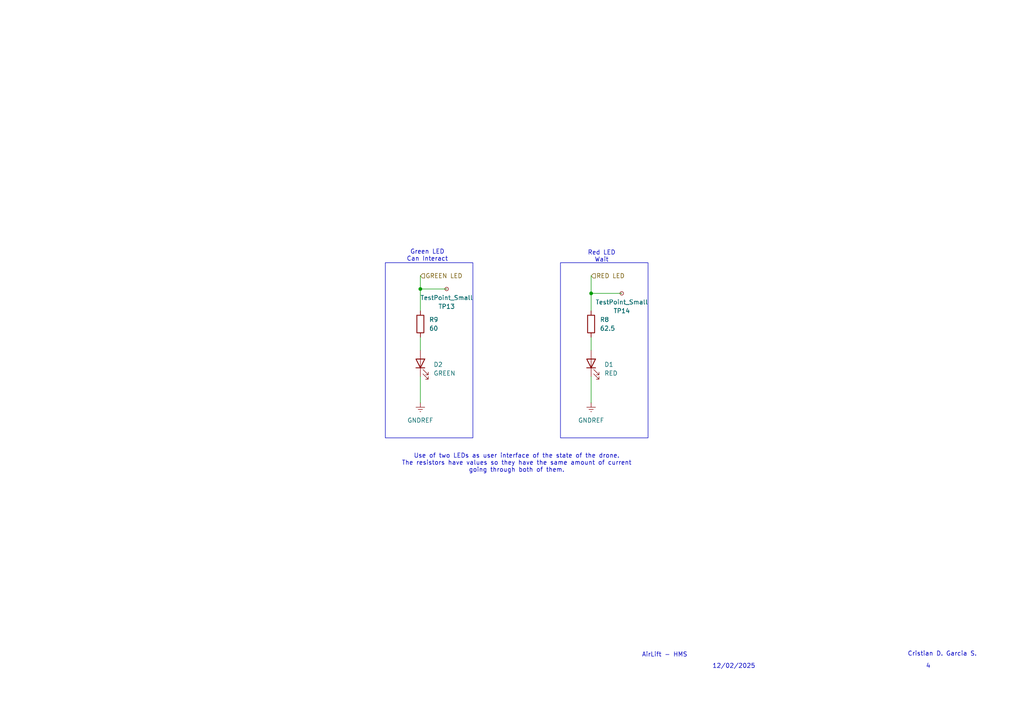
<source format=kicad_sch>
(kicad_sch
	(version 20250114)
	(generator "eeschema")
	(generator_version "9.0")
	(uuid "9fccae3e-5261-4659-a720-658ab31ac0dc")
	(paper "A4")
	(lib_symbols
		(symbol "HMS_SSymbols_Library:GNDREF"
			(power)
			(pin_numbers
				(hide yes)
			)
			(pin_names
				(offset 0)
				(hide yes)
			)
			(exclude_from_sim no)
			(in_bom yes)
			(on_board yes)
			(property "Reference" "#PWR"
				(at 0 -6.35 0)
				(effects
					(font
						(size 1.27 1.27)
					)
					(hide yes)
				)
			)
			(property "Value" "GNDREF"
				(at 0 -3.81 0)
				(effects
					(font
						(size 1.27 1.27)
					)
				)
			)
			(property "Footprint" ""
				(at 0 0 0)
				(effects
					(font
						(size 1.27 1.27)
					)
					(hide yes)
				)
			)
			(property "Datasheet" ""
				(at 0 0 0)
				(effects
					(font
						(size 1.27 1.27)
					)
					(hide yes)
				)
			)
			(property "Description" "Power symbol creates a global label with name \"GNDREF\" , reference supply ground"
				(at 0 0 0)
				(effects
					(font
						(size 1.27 1.27)
					)
					(hide yes)
				)
			)
			(property "ki_keywords" "global power"
				(at 0 0 0)
				(effects
					(font
						(size 1.27 1.27)
					)
					(hide yes)
				)
			)
			(symbol "GNDREF_0_1"
				(polyline
					(pts
						(xy -0.635 -1.905) (xy 0.635 -1.905)
					)
					(stroke
						(width 0)
						(type default)
					)
					(fill
						(type none)
					)
				)
				(polyline
					(pts
						(xy -0.127 -2.54) (xy 0.127 -2.54)
					)
					(stroke
						(width 0)
						(type default)
					)
					(fill
						(type none)
					)
				)
				(polyline
					(pts
						(xy 0 -1.27) (xy 0 0)
					)
					(stroke
						(width 0)
						(type default)
					)
					(fill
						(type none)
					)
				)
				(polyline
					(pts
						(xy 1.27 -1.27) (xy -1.27 -1.27)
					)
					(stroke
						(width 0)
						(type default)
					)
					(fill
						(type none)
					)
				)
			)
			(symbol "GNDREF_1_1"
				(pin power_in line
					(at 0 0 270)
					(length 0)
					(name "~"
						(effects
							(font
								(size 1.27 1.27)
							)
						)
					)
					(number "1"
						(effects
							(font
								(size 1.27 1.27)
							)
						)
					)
				)
			)
			(embedded_fonts no)
		)
		(symbol "HMS_SSymbols_Library:LED"
			(pin_numbers
				(hide yes)
			)
			(pin_names
				(offset 1.016)
				(hide yes)
			)
			(exclude_from_sim no)
			(in_bom yes)
			(on_board yes)
			(property "Reference" "D"
				(at 0 2.54 0)
				(effects
					(font
						(size 1.27 1.27)
					)
				)
			)
			(property "Value" "LED"
				(at 0 -2.54 0)
				(effects
					(font
						(size 1.27 1.27)
					)
				)
			)
			(property "Footprint" ""
				(at 0 0 0)
				(effects
					(font
						(size 1.27 1.27)
					)
					(hide yes)
				)
			)
			(property "Datasheet" "~"
				(at 0 0 0)
				(effects
					(font
						(size 1.27 1.27)
					)
					(hide yes)
				)
			)
			(property "Description" "Light emitting diode"
				(at 0 0 0)
				(effects
					(font
						(size 1.27 1.27)
					)
					(hide yes)
				)
			)
			(property "Sim.Pins" "1=K 2=A"
				(at 0 0 0)
				(effects
					(font
						(size 1.27 1.27)
					)
					(hide yes)
				)
			)
			(property "ki_keywords" "LED diode"
				(at 0 0 0)
				(effects
					(font
						(size 1.27 1.27)
					)
					(hide yes)
				)
			)
			(property "ki_fp_filters" "LED* LED_SMD:* LED_THT:*"
				(at 0 0 0)
				(effects
					(font
						(size 1.27 1.27)
					)
					(hide yes)
				)
			)
			(symbol "LED_0_1"
				(polyline
					(pts
						(xy -3.048 -0.762) (xy -4.572 -2.286) (xy -3.81 -2.286) (xy -4.572 -2.286) (xy -4.572 -1.524)
					)
					(stroke
						(width 0)
						(type default)
					)
					(fill
						(type none)
					)
				)
				(polyline
					(pts
						(xy -1.778 -0.762) (xy -3.302 -2.286) (xy -2.54 -2.286) (xy -3.302 -2.286) (xy -3.302 -1.524)
					)
					(stroke
						(width 0)
						(type default)
					)
					(fill
						(type none)
					)
				)
				(polyline
					(pts
						(xy -1.27 0) (xy 1.27 0)
					)
					(stroke
						(width 0)
						(type default)
					)
					(fill
						(type none)
					)
				)
				(polyline
					(pts
						(xy -1.27 -1.27) (xy -1.27 1.27)
					)
					(stroke
						(width 0.254)
						(type default)
					)
					(fill
						(type none)
					)
				)
				(polyline
					(pts
						(xy 1.27 -1.27) (xy 1.27 1.27) (xy -1.27 0) (xy 1.27 -1.27)
					)
					(stroke
						(width 0.254)
						(type default)
					)
					(fill
						(type none)
					)
				)
			)
			(symbol "LED_1_1"
				(pin passive line
					(at -3.81 0 0)
					(length 2.54)
					(name "K"
						(effects
							(font
								(size 1.27 1.27)
							)
						)
					)
					(number "1"
						(effects
							(font
								(size 1.27 1.27)
							)
						)
					)
				)
				(pin passive line
					(at 3.81 0 180)
					(length 2.54)
					(name "A"
						(effects
							(font
								(size 1.27 1.27)
							)
						)
					)
					(number "2"
						(effects
							(font
								(size 1.27 1.27)
							)
						)
					)
				)
			)
			(embedded_fonts no)
		)
		(symbol "HMS_SSymbols_Library:R"
			(pin_numbers
				(hide yes)
			)
			(pin_names
				(offset 0)
			)
			(exclude_from_sim no)
			(in_bom yes)
			(on_board yes)
			(property "Reference" "R"
				(at 2.032 0 90)
				(effects
					(font
						(size 1.27 1.27)
					)
				)
			)
			(property "Value" "R"
				(at 0 0 90)
				(effects
					(font
						(size 1.27 1.27)
					)
				)
			)
			(property "Footprint" ""
				(at -1.778 0 90)
				(effects
					(font
						(size 1.27 1.27)
					)
					(hide yes)
				)
			)
			(property "Datasheet" "~"
				(at 0 0 0)
				(effects
					(font
						(size 1.27 1.27)
					)
					(hide yes)
				)
			)
			(property "Description" "Resistor"
				(at 0 0 0)
				(effects
					(font
						(size 1.27 1.27)
					)
					(hide yes)
				)
			)
			(property "ki_keywords" "R res resistor"
				(at 0 0 0)
				(effects
					(font
						(size 1.27 1.27)
					)
					(hide yes)
				)
			)
			(property "ki_fp_filters" "R_*"
				(at 0 0 0)
				(effects
					(font
						(size 1.27 1.27)
					)
					(hide yes)
				)
			)
			(symbol "R_0_1"
				(rectangle
					(start -1.016 -2.54)
					(end 1.016 2.54)
					(stroke
						(width 0.254)
						(type default)
					)
					(fill
						(type none)
					)
				)
			)
			(symbol "R_1_1"
				(pin passive line
					(at 0 3.81 270)
					(length 1.27)
					(name "~"
						(effects
							(font
								(size 1.27 1.27)
							)
						)
					)
					(number "1"
						(effects
							(font
								(size 1.27 1.27)
							)
						)
					)
				)
				(pin passive line
					(at 0 -3.81 90)
					(length 1.27)
					(name "~"
						(effects
							(font
								(size 1.27 1.27)
							)
						)
					)
					(number "2"
						(effects
							(font
								(size 1.27 1.27)
							)
						)
					)
				)
			)
			(embedded_fonts no)
		)
		(symbol "HMS_SSymbols_Library:TestPoint_Small"
			(pin_numbers
				(hide yes)
			)
			(pin_names
				(offset 0.762)
				(hide yes)
			)
			(exclude_from_sim no)
			(in_bom yes)
			(on_board yes)
			(property "Reference" "TP"
				(at 0 3.81 0)
				(effects
					(font
						(size 1.27 1.27)
					)
				)
			)
			(property "Value" "TestPoint_Small"
				(at 0 2.032 0)
				(effects
					(font
						(size 1.27 1.27)
					)
				)
			)
			(property "Footprint" ""
				(at 5.08 0 0)
				(effects
					(font
						(size 1.27 1.27)
					)
					(hide yes)
				)
			)
			(property "Datasheet" "~"
				(at 5.08 0 0)
				(effects
					(font
						(size 1.27 1.27)
					)
					(hide yes)
				)
			)
			(property "Description" "test point"
				(at 0 0 0)
				(effects
					(font
						(size 1.27 1.27)
					)
					(hide yes)
				)
			)
			(property "ki_keywords" "test point tp"
				(at 0 0 0)
				(effects
					(font
						(size 1.27 1.27)
					)
					(hide yes)
				)
			)
			(property "ki_fp_filters" "Pin* Test*"
				(at 0 0 0)
				(effects
					(font
						(size 1.27 1.27)
					)
					(hide yes)
				)
			)
			(symbol "TestPoint_Small_0_1"
				(circle
					(center 0 0)
					(radius 0.508)
					(stroke
						(width 0)
						(type default)
					)
					(fill
						(type none)
					)
				)
			)
			(symbol "TestPoint_Small_1_1"
				(pin passive line
					(at 0 0 90)
					(length 0)
					(name "1"
						(effects
							(font
								(size 1.27 1.27)
							)
						)
					)
					(number "1"
						(effects
							(font
								(size 1.27 1.27)
							)
						)
					)
				)
			)
			(embedded_fonts no)
		)
	)
	(rectangle
		(start 162.56 76.2)
		(end 187.96 127)
		(stroke
			(width 0)
			(type default)
		)
		(fill
			(type none)
		)
		(uuid 0f3bfd66-1859-42d4-a8e3-f8b15ea085c0)
	)
	(rectangle
		(start 111.76 76.2)
		(end 137.16 127)
		(stroke
			(width 0)
			(type default)
		)
		(fill
			(type none)
		)
		(uuid e3b9643e-fd8d-4be7-8a95-a06ccd98fea2)
	)
	(text "4"
		(exclude_from_sim no)
		(at 269.24 193.294 0)
		(effects
			(font
				(size 1.27 1.27)
			)
		)
		(uuid "1979211c-2346-4fbd-832f-d6878561c461")
	)
	(text "Green LED\nCan Interact"
		(exclude_from_sim no)
		(at 123.952 74.168 0)
		(effects
			(font
				(size 1.27 1.27)
			)
		)
		(uuid "205bb688-d25d-466b-b1ed-f403cb1b0843")
	)
	(text "12/02/2025"
		(exclude_from_sim no)
		(at 212.852 193.294 0)
		(effects
			(font
				(size 1.27 1.27)
			)
		)
		(uuid "25b061ac-1d26-48fd-8630-34c65a4600b5")
	)
	(text "Cristian D. Garcia S."
		(exclude_from_sim no)
		(at 273.304 189.738 0)
		(effects
			(font
				(size 1.27 1.27)
			)
		)
		(uuid "2c38f0c9-b8e0-4595-b1b4-8e14b27fe600")
	)
	(text "AirLift - HMS"
		(exclude_from_sim no)
		(at 192.786 189.992 0)
		(effects
			(font
				(size 1.27 1.27)
			)
		)
		(uuid "81d73546-bb09-49de-b31e-adc2886705f2")
	)
	(text "Use of two LEDs as user interface of the state of the drone.\nThe resistors have values so they have the same amount of current\ngoing through both of them."
		(exclude_from_sim no)
		(at 149.86 134.366 0)
		(effects
			(font
				(size 1.27 1.27)
			)
		)
		(uuid "90cfd24e-f0d7-4be2-bd8f-62cf4e177c9c")
	)
	(text "Red LED\nWait"
		(exclude_from_sim no)
		(at 174.498 74.422 0)
		(effects
			(font
				(size 1.27 1.27)
			)
		)
		(uuid "db53e7d3-c6dd-4829-ab6c-ae73bf19c6a8")
	)
	(junction
		(at 121.92 83.82)
		(diameter 0)
		(color 0 0 0 0)
		(uuid "3fb86705-3a91-4050-b238-24f8728c3ea9")
	)
	(junction
		(at 171.45 85.09)
		(diameter 0)
		(color 0 0 0 0)
		(uuid "e28642ad-21a6-4d89-b76f-1f93f4151e02")
	)
	(wire
		(pts
			(xy 171.45 109.22) (xy 171.45 116.84)
		)
		(stroke
			(width 0)
			(type default)
		)
		(uuid "10d3fa49-b85f-4067-a970-ec2204c96a49")
	)
	(wire
		(pts
			(xy 171.45 85.09) (xy 180.34 85.09)
		)
		(stroke
			(width 0)
			(type default)
		)
		(uuid "3f3acdff-f919-45d4-8fad-c4960df2bac5")
	)
	(wire
		(pts
			(xy 121.92 83.82) (xy 129.54 83.82)
		)
		(stroke
			(width 0)
			(type default)
		)
		(uuid "692e692e-3980-438a-9d75-db1996638904")
	)
	(wire
		(pts
			(xy 121.92 101.6) (xy 121.92 97.79)
		)
		(stroke
			(width 0)
			(type default)
		)
		(uuid "78f56020-4544-4ee9-b6c3-2118a3204846")
	)
	(wire
		(pts
			(xy 121.92 109.22) (xy 121.92 116.84)
		)
		(stroke
			(width 0)
			(type default)
		)
		(uuid "98ba4ffd-b8a8-4a8d-9adb-a4d1e01d9644")
	)
	(wire
		(pts
			(xy 121.92 80.01) (xy 121.92 83.82)
		)
		(stroke
			(width 0)
			(type default)
		)
		(uuid "c497852f-539d-407a-a10a-73af944170c3")
	)
	(wire
		(pts
			(xy 171.45 101.6) (xy 171.45 97.79)
		)
		(stroke
			(width 0)
			(type default)
		)
		(uuid "c636ab2a-a73f-4029-a184-1a5f6fb71ee0")
	)
	(wire
		(pts
			(xy 171.45 85.09) (xy 171.45 90.17)
		)
		(stroke
			(width 0)
			(type default)
		)
		(uuid "d511e26b-389f-4945-99cd-bef5d282aaa4")
	)
	(wire
		(pts
			(xy 171.45 80.01) (xy 171.45 85.09)
		)
		(stroke
			(width 0)
			(type default)
		)
		(uuid "e04ebe9f-3094-4e2b-a77a-fbfe6e94e2dc")
	)
	(wire
		(pts
			(xy 121.92 83.82) (xy 121.92 90.17)
		)
		(stroke
			(width 0)
			(type default)
		)
		(uuid "edb15922-ebef-40d6-9eb4-70a994ceb8d4")
	)
	(hierarchical_label "GREEN LED"
		(shape input)
		(at 121.92 80.01 0)
		(effects
			(font
				(size 1.27 1.27)
			)
			(justify left)
		)
		(uuid "e5f8acec-f09a-4b16-a339-1d492659ca0b")
	)
	(hierarchical_label "RED LED"
		(shape input)
		(at 171.45 80.01 0)
		(effects
			(font
				(size 1.27 1.27)
			)
			(justify left)
		)
		(uuid "fbc7513b-43eb-45e0-9d8c-728d57b6af82")
	)
	(symbol
		(lib_id "HMS_SSymbols_Library:GNDREF")
		(at 171.45 116.84 0)
		(unit 1)
		(exclude_from_sim no)
		(in_bom yes)
		(on_board yes)
		(dnp no)
		(fields_autoplaced yes)
		(uuid "2c0ad4fa-5ad4-4747-b9c6-6ec19b38a2f6")
		(property "Reference" "#PWR17"
			(at 171.45 123.19 0)
			(effects
				(font
					(size 1.27 1.27)
				)
				(hide yes)
			)
		)
		(property "Value" "GNDREF"
			(at 171.45 121.92 0)
			(effects
				(font
					(size 1.27 1.27)
				)
			)
		)
		(property "Footprint" ""
			(at 171.45 116.84 0)
			(effects
				(font
					(size 1.27 1.27)
				)
				(hide yes)
			)
		)
		(property "Datasheet" ""
			(at 171.45 116.84 0)
			(effects
				(font
					(size 1.27 1.27)
				)
				(hide yes)
			)
		)
		(property "Description" "Power symbol creates a global label with name \"GNDREF\" , reference supply ground"
			(at 171.45 116.84 0)
			(effects
				(font
					(size 1.27 1.27)
				)
				(hide yes)
			)
		)
		(pin "1"
			(uuid "8fa2dd9a-8197-4a57-914c-245733a4ebca")
		)
		(instances
			(project "HMS"
				(path "/f58d4a15-dad3-4b2d-a625-0883ffa8695e/c1d74b3e-a2d7-4db9-9e2e-28179944814d"
					(reference "#PWR17")
					(unit 1)
				)
			)
		)
	)
	(symbol
		(lib_id "HMS_SSymbols_Library:LED")
		(at 171.45 105.41 90)
		(unit 1)
		(exclude_from_sim no)
		(in_bom yes)
		(on_board yes)
		(dnp no)
		(fields_autoplaced yes)
		(uuid "2e2e6129-593a-487c-ad5f-aedb2cf9f626")
		(property "Reference" "D1"
			(at 175.26 105.7274 90)
			(effects
				(font
					(size 1.27 1.27)
				)
				(justify right)
			)
		)
		(property "Value" "RED"
			(at 175.26 108.2674 90)
			(effects
				(font
					(size 1.27 1.27)
				)
				(justify right)
			)
		)
		(property "Footprint" "LibraryHMS_FSymbols_Library:LED_D5.0mm"
			(at 171.45 105.41 0)
			(effects
				(font
					(size 1.27 1.27)
				)
				(hide yes)
			)
		)
		(property "Datasheet" "~"
			(at 171.45 105.41 0)
			(effects
				(font
					(size 1.27 1.27)
				)
				(hide yes)
			)
		)
		(property "Description" "Light emitting diode"
			(at 171.45 105.41 0)
			(effects
				(font
					(size 1.27 1.27)
				)
				(hide yes)
			)
		)
		(property "Sim.Pins" "1=K 2=A"
			(at 171.45 105.41 0)
			(effects
				(font
					(size 1.27 1.27)
				)
				(hide yes)
			)
		)
		(property "MFR" "N/A"
			(at 171.45 105.41 90)
			(effects
				(font
					(size 1.27 1.27)
				)
				(hide yes)
			)
		)
		(property "MPN" "N/A"
			(at 171.45 105.41 90)
			(effects
				(font
					(size 1.27 1.27)
				)
				(hide yes)
			)
		)
		(pin "1"
			(uuid "3317c0e4-f1a2-4263-b995-c2759b204605")
		)
		(pin "2"
			(uuid "47aee09c-9ba0-43e6-8a06-6bf42f851bba")
		)
		(instances
			(project "HMS"
				(path "/f58d4a15-dad3-4b2d-a625-0883ffa8695e/c1d74b3e-a2d7-4db9-9e2e-28179944814d"
					(reference "D1")
					(unit 1)
				)
			)
		)
	)
	(symbol
		(lib_id "HMS_SSymbols_Library:LED")
		(at 121.92 105.41 90)
		(unit 1)
		(exclude_from_sim no)
		(in_bom yes)
		(on_board yes)
		(dnp no)
		(fields_autoplaced yes)
		(uuid "31a1a177-52b8-450d-829c-a1ef2cd17441")
		(property "Reference" "D2"
			(at 125.73 105.7274 90)
			(effects
				(font
					(size 1.27 1.27)
				)
				(justify right)
			)
		)
		(property "Value" "GREEN"
			(at 125.73 108.2674 90)
			(effects
				(font
					(size 1.27 1.27)
				)
				(justify right)
			)
		)
		(property "Footprint" "LibraryHMS_FSymbols_Library:LED_D5.0mm"
			(at 121.92 105.41 0)
			(effects
				(font
					(size 1.27 1.27)
				)
				(hide yes)
			)
		)
		(property "Datasheet" "~"
			(at 121.92 105.41 0)
			(effects
				(font
					(size 1.27 1.27)
				)
				(hide yes)
			)
		)
		(property "Description" "Light emitting diode"
			(at 121.92 105.41 0)
			(effects
				(font
					(size 1.27 1.27)
				)
				(hide yes)
			)
		)
		(property "Sim.Pins" "1=K 2=A"
			(at 121.92 105.41 0)
			(effects
				(font
					(size 1.27 1.27)
				)
				(hide yes)
			)
		)
		(property "MFR" "N/A"
			(at 121.92 105.41 90)
			(effects
				(font
					(size 1.27 1.27)
				)
				(hide yes)
			)
		)
		(property "MPN" "N/A"
			(at 121.92 105.41 90)
			(effects
				(font
					(size 1.27 1.27)
				)
				(hide yes)
			)
		)
		(pin "1"
			(uuid "7085b08e-3b08-4fa2-a1e2-22d714a3358d")
		)
		(pin "2"
			(uuid "cafedd1e-b2d4-4f72-b476-f60f61880f2d")
		)
		(instances
			(project "HMS"
				(path "/f58d4a15-dad3-4b2d-a625-0883ffa8695e/c1d74b3e-a2d7-4db9-9e2e-28179944814d"
					(reference "D2")
					(unit 1)
				)
			)
		)
	)
	(symbol
		(lib_id "HMS_SSymbols_Library:R")
		(at 121.92 93.98 0)
		(unit 1)
		(exclude_from_sim no)
		(in_bom yes)
		(on_board yes)
		(dnp no)
		(fields_autoplaced yes)
		(uuid "64a2ae25-c899-4ef0-97bc-7ccf870a076b")
		(property "Reference" "R9"
			(at 124.46 92.7099 0)
			(effects
				(font
					(size 1.27 1.27)
				)
				(justify left)
			)
		)
		(property "Value" "60"
			(at 124.46 95.2499 0)
			(effects
				(font
					(size 1.27 1.27)
				)
				(justify left)
			)
		)
		(property "Footprint" "LibraryHMS_FSymbols_Library:R_0805_2012Metric_Pad1.20x1.40mm_HandSolder"
			(at 120.142 93.98 90)
			(effects
				(font
					(size 1.27 1.27)
				)
				(hide yes)
			)
		)
		(property "Datasheet" "~"
			(at 121.92 93.98 0)
			(effects
				(font
					(size 1.27 1.27)
				)
				(hide yes)
			)
		)
		(property "Description" "Resistor"
			(at 121.92 93.98 0)
			(effects
				(font
					(size 1.27 1.27)
				)
				(hide yes)
			)
		)
		(property "MFR" "Panasonic Electronic Components"
			(at 121.92 93.98 0)
			(effects
				(font
					(size 1.27 1.27)
				)
				(hide yes)
			)
		)
		(property "MPN" "ERA-6AEB101V"
			(at 121.92 93.98 0)
			(effects
				(font
					(size 1.27 1.27)
				)
				(hide yes)
			)
		)
		(pin "2"
			(uuid "e396f866-a32c-44f9-81b3-ef40044e0570")
		)
		(pin "1"
			(uuid "37c66265-4a27-41bf-8d1d-b40a4a80fc67")
		)
		(instances
			(project "HMS"
				(path "/f58d4a15-dad3-4b2d-a625-0883ffa8695e/c1d74b3e-a2d7-4db9-9e2e-28179944814d"
					(reference "R9")
					(unit 1)
				)
			)
		)
	)
	(symbol
		(lib_id "HMS_SSymbols_Library:TestPoint_Small")
		(at 129.54 83.82 270)
		(unit 1)
		(exclude_from_sim no)
		(in_bom yes)
		(on_board yes)
		(dnp no)
		(uuid "6dce8578-7cae-4f48-9362-f6dfa279510a")
		(property "Reference" "TP13"
			(at 129.54 88.9 90)
			(effects
				(font
					(size 1.27 1.27)
				)
			)
		)
		(property "Value" "TestPoint_Small"
			(at 129.54 86.36 90)
			(effects
				(font
					(size 1.27 1.27)
				)
			)
		)
		(property "Footprint" "LibraryHMS_FSymbols_Library:TestPoint_Pad_D1.0mm"
			(at 129.54 88.9 0)
			(effects
				(font
					(size 1.27 1.27)
				)
				(hide yes)
			)
		)
		(property "Datasheet" "~"
			(at 129.54 88.9 0)
			(effects
				(font
					(size 1.27 1.27)
				)
				(hide yes)
			)
		)
		(property "Description" "test point"
			(at 129.54 83.82 0)
			(effects
				(font
					(size 1.27 1.27)
				)
				(hide yes)
			)
		)
		(pin "1"
			(uuid "4a194ffb-22c5-44ee-b094-ea79c52632bb")
		)
		(instances
			(project "HMS"
				(path "/f58d4a15-dad3-4b2d-a625-0883ffa8695e/c1d74b3e-a2d7-4db9-9e2e-28179944814d"
					(reference "TP13")
					(unit 1)
				)
			)
		)
	)
	(symbol
		(lib_id "HMS_SSymbols_Library:R")
		(at 171.45 93.98 0)
		(unit 1)
		(exclude_from_sim no)
		(in_bom yes)
		(on_board yes)
		(dnp no)
		(fields_autoplaced yes)
		(uuid "ab7a8986-55c1-413a-ba81-1b2c4b2d01b8")
		(property "Reference" "R8"
			(at 173.99 92.7099 0)
			(effects
				(font
					(size 1.27 1.27)
				)
				(justify left)
			)
		)
		(property "Value" "62.5"
			(at 173.99 95.2499 0)
			(effects
				(font
					(size 1.27 1.27)
				)
				(justify left)
			)
		)
		(property "Footprint" "LibraryHMS_FSymbols_Library:R_0805_2012Metric_Pad1.20x1.40mm_HandSolder"
			(at 169.672 93.98 90)
			(effects
				(font
					(size 1.27 1.27)
				)
				(hide yes)
			)
		)
		(property "Datasheet" "~"
			(at 171.45 93.98 0)
			(effects
				(font
					(size 1.27 1.27)
				)
				(hide yes)
			)
		)
		(property "Description" "Resistor"
			(at 171.45 93.98 0)
			(effects
				(font
					(size 1.27 1.27)
				)
				(hide yes)
			)
		)
		(property "MFR" "Panasonic Electronic Components"
			(at 171.45 93.98 0)
			(effects
				(font
					(size 1.27 1.27)
				)
				(hide yes)
			)
		)
		(property "MPN" "ERA-6AEB101V"
			(at 171.45 93.98 0)
			(effects
				(font
					(size 1.27 1.27)
				)
				(hide yes)
			)
		)
		(pin "2"
			(uuid "b33d6256-035e-4a2a-b579-c0c8209820e8")
		)
		(pin "1"
			(uuid "af03ef0c-52a7-4d5e-8dc6-17101806170c")
		)
		(instances
			(project "HMS"
				(path "/f58d4a15-dad3-4b2d-a625-0883ffa8695e/c1d74b3e-a2d7-4db9-9e2e-28179944814d"
					(reference "R8")
					(unit 1)
				)
			)
		)
	)
	(symbol
		(lib_id "HMS_SSymbols_Library:TestPoint_Small")
		(at 180.34 85.09 270)
		(unit 1)
		(exclude_from_sim no)
		(in_bom yes)
		(on_board yes)
		(dnp no)
		(uuid "b217509c-dc50-4415-ab2e-ec73943c6e0f")
		(property "Reference" "TP14"
			(at 180.34 90.17 90)
			(effects
				(font
					(size 1.27 1.27)
				)
			)
		)
		(property "Value" "TestPoint_Small"
			(at 180.34 87.63 90)
			(effects
				(font
					(size 1.27 1.27)
				)
			)
		)
		(property "Footprint" "LibraryHMS_FSymbols_Library:TestPoint_Pad_D1.0mm"
			(at 180.34 90.17 0)
			(effects
				(font
					(size 1.27 1.27)
				)
				(hide yes)
			)
		)
		(property "Datasheet" "~"
			(at 180.34 90.17 0)
			(effects
				(font
					(size 1.27 1.27)
				)
				(hide yes)
			)
		)
		(property "Description" "test point"
			(at 180.34 85.09 0)
			(effects
				(font
					(size 1.27 1.27)
				)
				(hide yes)
			)
		)
		(pin "1"
			(uuid "e8a19add-d0d2-4852-827c-7f741900dff0")
		)
		(instances
			(project "HMS"
				(path "/f58d4a15-dad3-4b2d-a625-0883ffa8695e/c1d74b3e-a2d7-4db9-9e2e-28179944814d"
					(reference "TP14")
					(unit 1)
				)
			)
		)
	)
	(symbol
		(lib_id "HMS_SSymbols_Library:GNDREF")
		(at 121.92 116.84 0)
		(unit 1)
		(exclude_from_sim no)
		(in_bom yes)
		(on_board yes)
		(dnp no)
		(fields_autoplaced yes)
		(uuid "dc3083e1-7997-49a8-ac30-413c7c8abf33")
		(property "Reference" "#PWR18"
			(at 121.92 123.19 0)
			(effects
				(font
					(size 1.27 1.27)
				)
				(hide yes)
			)
		)
		(property "Value" "GNDREF"
			(at 121.92 121.92 0)
			(effects
				(font
					(size 1.27 1.27)
				)
			)
		)
		(property "Footprint" ""
			(at 121.92 116.84 0)
			(effects
				(font
					(size 1.27 1.27)
				)
				(hide yes)
			)
		)
		(property "Datasheet" ""
			(at 121.92 116.84 0)
			(effects
				(font
					(size 1.27 1.27)
				)
				(hide yes)
			)
		)
		(property "Description" "Power symbol creates a global label with name \"GNDREF\" , reference supply ground"
			(at 121.92 116.84 0)
			(effects
				(font
					(size 1.27 1.27)
				)
				(hide yes)
			)
		)
		(pin "1"
			(uuid "17baa2d9-297c-4fec-8712-1df97a75b9d8")
		)
		(instances
			(project "HMS"
				(path "/f58d4a15-dad3-4b2d-a625-0883ffa8695e/c1d74b3e-a2d7-4db9-9e2e-28179944814d"
					(reference "#PWR18")
					(unit 1)
				)
			)
		)
	)
)

</source>
